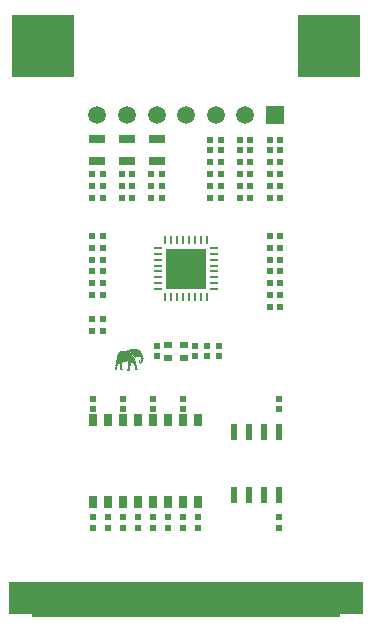
<source format=gbs>
G04*
G04 #@! TF.GenerationSoftware,Altium Limited,Altium Designer,22.1.2 (22)*
G04*
G04 Layer_Color=16711935*
%FSLAX25Y25*%
%MOIN*%
G70*
G04*
G04 #@! TF.SameCoordinates,DC6CBC75-D83B-4164-BAAA-666503FEC379*
G04*
G04*
G04 #@! TF.FilePolarity,Negative*
G04*
G01*
G75*
%ADD21R,1.03150X0.11516*%
%ADD22R,1.18110X0.10630*%
%ADD23R,0.02126X0.01929*%
%ADD24R,0.02835X0.04016*%
%ADD25R,0.01929X0.02126*%
%ADD28R,0.02441X0.09134*%
%ADD30R,0.05915X0.05915*%
%ADD31C,0.05915*%
%ADD32R,0.20945X0.20945*%
%ADD48R,0.05591X0.02835*%
%ADD49R,0.02441X0.05197*%
%ADD50R,0.13661X0.13661*%
%ADD51R,0.01063X0.02835*%
%ADD52R,0.02835X0.01063*%
%ADD53R,0.02835X0.02441*%
G36*
X-2724Y75493D02*
X-2530D01*
Y75444D01*
X-2142D01*
Y75493D01*
X-1657D01*
Y75444D01*
X-1172D01*
Y75396D01*
X-881D01*
Y75347D01*
X-686D01*
Y75299D01*
X-638D01*
Y75250D01*
X-541D01*
Y75201D01*
X-444D01*
Y75153D01*
X-396D01*
Y75104D01*
X-347D01*
Y75056D01*
X-298D01*
Y75007D01*
X-250D01*
Y74959D01*
X-201D01*
Y74910D01*
X-153D01*
Y74862D01*
Y74813D01*
X-201D01*
Y74765D01*
Y74717D01*
X-153D01*
Y74765D01*
X-104D01*
Y74813D01*
X-56D01*
Y74765D01*
Y74717D01*
X-7D01*
Y74668D01*
Y74619D01*
X90D01*
Y74571D01*
X41D01*
Y74522D01*
X138D01*
Y74474D01*
X187D01*
Y74425D01*
Y74377D01*
Y74328D01*
X235D01*
Y74280D01*
X284D01*
Y74231D01*
Y74183D01*
X332D01*
Y74134D01*
Y74086D01*
Y74037D01*
X381D01*
Y73989D01*
Y73940D01*
X429D01*
Y73892D01*
Y73843D01*
X478D01*
Y73795D01*
Y73746D01*
X526D01*
Y73698D01*
X575D01*
Y73649D01*
Y73601D01*
X623D01*
Y73552D01*
Y73504D01*
X672D01*
Y73455D01*
X720D01*
Y73407D01*
X672D01*
Y73358D01*
X720D01*
Y73310D01*
X769D01*
Y73261D01*
Y73213D01*
Y73164D01*
X817D01*
Y73116D01*
Y73067D01*
Y73019D01*
X866D01*
Y72970D01*
Y72922D01*
Y72873D01*
Y72825D01*
Y72776D01*
X914D01*
Y72728D01*
Y72679D01*
X1545D01*
Y72631D01*
X1496D01*
Y72582D01*
X1399D01*
Y72534D01*
X1205D01*
Y72485D01*
X1496D01*
Y72437D01*
X1448D01*
Y72388D01*
X1399D01*
Y72437D01*
X1351D01*
Y72388D01*
X1302D01*
Y72339D01*
X963D01*
Y72291D01*
Y72242D01*
Y72194D01*
Y72145D01*
Y72097D01*
Y72048D01*
Y72000D01*
Y71952D01*
Y71903D01*
Y71855D01*
X914D01*
Y71806D01*
Y71757D01*
Y71709D01*
Y71660D01*
X866D01*
Y71612D01*
X817D01*
Y71563D01*
X866D01*
Y71515D01*
X817D01*
Y71466D01*
X769D01*
Y71418D01*
X720D01*
Y71369D01*
X769D01*
Y71321D01*
X720D01*
Y71272D01*
Y71224D01*
X672D01*
Y71272D01*
X623D01*
Y71224D01*
X672D01*
Y71175D01*
Y71127D01*
X623D01*
Y71078D01*
X575D01*
Y71030D01*
Y70981D01*
X526D01*
Y70933D01*
X429D01*
Y70884D01*
Y70836D01*
X332D01*
Y70787D01*
X284D01*
Y70739D01*
X187D01*
Y70690D01*
X41D01*
Y70642D01*
X-201D01*
Y70690D01*
X-347D01*
Y70739D01*
X-444D01*
Y70787D01*
X-493D01*
Y70836D01*
X-541D01*
Y70884D01*
X-589D01*
Y70933D01*
Y70981D01*
Y71030D01*
X-638D01*
Y71078D01*
Y71127D01*
X-686D01*
Y71175D01*
Y71224D01*
Y71272D01*
Y71321D01*
X-638D01*
Y71369D01*
X-589D01*
Y71418D01*
X-638D01*
Y71466D01*
X-589D01*
Y71515D01*
Y71563D01*
X-541D01*
Y71612D01*
X-493D01*
Y71660D01*
X-444D01*
Y71709D01*
X-298D01*
Y71660D01*
X-250D01*
Y71612D01*
Y71563D01*
X-298D01*
Y71515D01*
X-250D01*
Y71466D01*
Y71418D01*
X-298D01*
Y71369D01*
X-347D01*
Y71321D01*
Y71272D01*
Y71224D01*
X-298D01*
Y71175D01*
X-201D01*
Y71127D01*
X-56D01*
Y71175D01*
X41D01*
Y71224D01*
X90D01*
Y71272D01*
X138D01*
Y71321D01*
Y71369D01*
Y71418D01*
X187D01*
Y71466D01*
X235D01*
Y71515D01*
X187D01*
Y71563D01*
X235D01*
Y71612D01*
Y71660D01*
Y71709D01*
Y71757D01*
Y71806D01*
Y71855D01*
Y71903D01*
Y71952D01*
Y72000D01*
Y72048D01*
Y72097D01*
Y72145D01*
X284D01*
Y72194D01*
X235D01*
Y72242D01*
Y72291D01*
X187D01*
Y72339D01*
Y72388D01*
X138D01*
Y72437D01*
Y72485D01*
Y72534D01*
X90D01*
Y72582D01*
Y72631D01*
X41D01*
Y72679D01*
Y72728D01*
X-7D01*
Y72776D01*
X-298D01*
Y72728D01*
X-444D01*
Y72776D01*
X-493D01*
Y72825D01*
X-589D01*
Y72873D01*
X-638D01*
Y72922D01*
X-735D01*
Y72970D01*
X-1075D01*
Y72922D01*
X-1123D01*
Y72873D01*
X-1220D01*
Y72825D01*
Y72776D01*
X-1366D01*
Y72728D01*
Y72679D01*
X-1463D01*
Y72631D01*
X-1560D01*
Y72679D01*
X-1608D01*
Y72631D01*
X-1705D01*
Y72679D01*
X-1802D01*
Y72728D01*
X-1899D01*
Y72776D01*
X-1996D01*
Y72825D01*
Y72873D01*
X-2045D01*
Y72825D01*
X-2093D01*
Y72873D01*
X-2142D01*
Y72922D01*
X-2190D01*
Y72970D01*
Y73019D01*
X-2142D01*
Y73067D01*
X-2239D01*
Y73019D01*
Y72970D01*
X-2287D01*
Y73019D01*
X-2336D01*
Y73067D01*
X-2384D01*
Y73116D01*
X-2433D01*
Y73164D01*
X-2481D01*
Y73213D01*
X-2530D01*
Y73261D01*
X-2578D01*
Y73310D01*
X-2627D01*
Y73358D01*
Y73407D01*
X-2675D01*
Y73455D01*
X-2724D01*
Y73504D01*
X-2772D01*
Y73552D01*
Y73601D01*
X-2821D01*
Y73649D01*
X-2869D01*
Y73698D01*
Y73746D01*
X-2918D01*
Y73698D01*
Y73649D01*
X-2869D01*
Y73601D01*
Y73552D01*
X-2821D01*
Y73504D01*
Y73455D01*
X-2772D01*
Y73407D01*
X-2724D01*
Y73358D01*
X-2675D01*
Y73310D01*
Y73261D01*
X-2627D01*
Y73213D01*
X-2578D01*
Y73164D01*
X-2530D01*
Y73116D01*
X-2481D01*
Y73067D01*
X-2433D01*
Y73019D01*
X-2336D01*
Y72970D01*
X-2287D01*
Y72922D01*
X-2239D01*
Y72873D01*
X-2190D01*
Y72825D01*
X-2093D01*
Y72776D01*
X-2045D01*
Y72728D01*
Y72679D01*
X-1948D01*
Y72631D01*
Y72582D01*
Y72534D01*
Y72485D01*
Y72437D01*
Y72388D01*
Y72339D01*
Y72291D01*
X-1899D01*
Y72242D01*
Y72194D01*
Y72145D01*
Y72097D01*
Y72048D01*
Y72000D01*
Y71952D01*
Y71903D01*
X-1851D01*
Y71855D01*
X-1802D01*
Y71806D01*
Y71757D01*
Y71709D01*
X-1754D01*
Y71660D01*
Y71612D01*
X-1705D01*
Y71563D01*
Y71515D01*
Y71466D01*
Y71418D01*
Y71369D01*
X-1657D01*
Y71321D01*
Y71272D01*
Y71224D01*
X-1608D01*
Y71175D01*
Y71127D01*
X-1657D01*
Y71078D01*
X-1608D01*
Y71030D01*
X-1560D01*
Y70981D01*
Y70933D01*
X-1608D01*
Y70884D01*
X-1560D01*
Y70836D01*
Y70787D01*
X-1511D01*
Y70739D01*
Y70690D01*
Y70642D01*
X-1463D01*
Y70593D01*
Y70545D01*
Y70496D01*
Y70448D01*
X-1414D01*
Y70399D01*
Y70351D01*
Y70302D01*
X-1366D01*
Y70254D01*
X-1414D01*
Y70205D01*
X-1366D01*
Y70157D01*
X-1317D01*
Y70108D01*
Y70060D01*
Y70011D01*
X-1269D01*
Y69963D01*
Y69914D01*
Y69866D01*
X-1220D01*
Y69817D01*
X-1269D01*
Y69769D01*
X-1220D01*
Y69720D01*
Y69672D01*
X-1172D01*
Y69623D01*
X-1220D01*
Y69575D01*
X-1172D01*
Y69526D01*
Y69478D01*
Y69429D01*
Y69380D01*
Y69332D01*
X-1123D01*
Y69283D01*
Y69235D01*
Y69187D01*
X-1075D01*
Y69138D01*
Y69090D01*
X-1026D01*
Y69041D01*
Y68993D01*
X-978D01*
Y68944D01*
Y68896D01*
X-929D01*
Y68847D01*
X-881D01*
Y68798D01*
Y68750D01*
X-832D01*
Y68701D01*
X-783D01*
Y68653D01*
X-735D01*
Y68604D01*
Y68556D01*
X-783D01*
Y68507D01*
X-929D01*
Y68459D01*
X-1366D01*
Y68410D01*
X-1414D01*
Y68459D01*
X-1754D01*
Y68507D01*
Y68556D01*
X-1802D01*
Y68604D01*
Y68653D01*
Y68701D01*
Y68750D01*
X-1754D01*
Y68798D01*
Y68847D01*
X-1705D01*
Y68896D01*
X-1657D01*
Y68944D01*
Y68993D01*
X-1705D01*
Y69041D01*
Y69090D01*
Y69138D01*
X-1754D01*
Y69187D01*
Y69235D01*
Y69283D01*
X-1802D01*
Y69332D01*
Y69380D01*
Y69429D01*
X-1851D01*
Y69478D01*
Y69526D01*
X-1899D01*
Y69575D01*
Y69623D01*
X-1948D01*
Y69672D01*
Y69720D01*
X-1996D01*
Y69769D01*
Y69817D01*
X-2045D01*
Y69866D01*
X-2093D01*
Y69914D01*
Y69963D01*
X-2142D01*
Y70011D01*
X-2093D01*
Y70060D01*
X-2190D01*
Y70108D01*
Y70157D01*
Y70205D01*
X-2287D01*
Y70254D01*
Y70302D01*
X-2336D01*
Y70351D01*
Y70399D01*
X-2384D01*
Y70448D01*
X-2433D01*
Y70496D01*
X-2336D01*
Y70545D01*
X-2481D01*
Y70593D01*
X-2530D01*
Y70642D01*
Y70690D01*
X-2578D01*
Y70739D01*
X-2627D01*
Y70787D01*
X-2675D01*
Y70836D01*
X-2724D01*
Y70884D01*
X-2772D01*
Y70933D01*
X-2821D01*
Y70981D01*
X-2869D01*
Y71030D01*
X-2918D01*
Y71078D01*
X-2966D01*
Y71127D01*
X-3015D01*
Y71175D01*
X-3063D01*
Y71224D01*
Y71272D01*
X-3112D01*
Y71321D01*
X-3160D01*
Y71369D01*
Y71418D01*
X-3209D01*
Y71466D01*
X-3258D01*
Y71515D01*
Y71563D01*
X-3306D01*
Y71612D01*
Y71660D01*
X-3354D01*
Y71709D01*
Y71757D01*
X-3403D01*
Y71709D01*
Y71660D01*
X-3354D01*
Y71612D01*
Y71563D01*
X-3306D01*
Y71515D01*
Y71466D01*
X-3258D01*
Y71418D01*
Y71369D01*
X-3209D01*
Y71321D01*
X-3160D01*
Y71272D01*
Y71224D01*
X-3112D01*
Y71175D01*
X-3063D01*
Y71127D01*
Y71078D01*
X-3015D01*
Y71030D01*
Y70981D01*
Y70933D01*
Y70884D01*
X-3063D01*
Y70836D01*
Y70787D01*
Y70739D01*
X-3112D01*
Y70690D01*
Y70642D01*
Y70593D01*
X-3160D01*
Y70545D01*
Y70496D01*
X-3209D01*
Y70448D01*
Y70399D01*
Y70351D01*
X-3258D01*
Y70302D01*
Y70254D01*
Y70205D01*
X-3306D01*
Y70157D01*
Y70108D01*
Y70060D01*
Y70011D01*
X-3354D01*
Y69963D01*
Y69914D01*
Y69866D01*
Y69817D01*
X-3403D01*
Y69769D01*
Y69720D01*
Y69672D01*
X-3452D01*
Y69623D01*
Y69575D01*
X-3500D01*
Y69526D01*
Y69478D01*
Y69429D01*
X-3548D01*
Y69380D01*
Y69332D01*
X-3597D01*
Y69283D01*
Y69235D01*
Y69187D01*
Y69138D01*
Y69090D01*
X-3646D01*
Y69041D01*
Y68993D01*
X-3597D01*
Y68944D01*
Y68896D01*
Y68847D01*
X-3548D01*
Y68798D01*
X-3500D01*
Y68750D01*
X-3452D01*
Y68701D01*
X-3403D01*
Y68653D01*
X-3354D01*
Y68604D01*
Y68556D01*
X-3306D01*
Y68507D01*
Y68459D01*
Y68410D01*
X-3403D01*
Y68362D01*
X-4034D01*
Y68410D01*
X-4179D01*
Y68362D01*
X-4422D01*
Y68410D01*
X-4470D01*
Y68459D01*
Y68507D01*
Y68556D01*
Y68604D01*
X-4422D01*
Y68653D01*
Y68701D01*
X-4373D01*
Y68750D01*
X-4276D01*
Y68798D01*
Y68847D01*
Y68896D01*
X-4228D01*
Y68944D01*
X-4276D01*
Y68993D01*
Y69041D01*
Y69090D01*
Y69138D01*
Y69187D01*
Y69235D01*
Y69283D01*
Y69332D01*
Y69380D01*
Y69429D01*
Y69478D01*
X-4228D01*
Y69526D01*
Y69575D01*
Y69623D01*
Y69672D01*
Y69720D01*
Y69769D01*
Y69817D01*
Y69866D01*
X-4179D01*
Y69914D01*
Y69963D01*
Y70011D01*
Y70060D01*
Y70108D01*
X-4131D01*
Y70157D01*
Y70205D01*
Y70254D01*
Y70302D01*
Y70351D01*
Y70399D01*
X-4082D01*
Y70448D01*
Y70496D01*
Y70545D01*
Y70593D01*
Y70642D01*
Y70690D01*
Y70739D01*
Y70787D01*
Y70836D01*
Y70884D01*
Y70933D01*
Y70981D01*
X-4034D01*
Y71030D01*
X-4082D01*
Y71078D01*
Y71127D01*
Y71175D01*
Y71224D01*
Y71272D01*
Y71321D01*
Y71369D01*
Y71418D01*
X-4131D01*
Y71466D01*
Y71515D01*
Y71563D01*
X-4228D01*
Y71515D01*
X-4325D01*
Y71466D01*
X-4422D01*
Y71418D01*
X-4519D01*
Y71369D01*
X-4664D01*
Y71321D01*
X-4810D01*
Y71272D01*
X-5052D01*
Y71224D01*
X-5149D01*
Y71272D01*
X-5295D01*
Y71224D01*
X-5634D01*
Y71272D01*
X-5683D01*
Y71224D01*
X-5634D01*
Y71175D01*
X-5731D01*
Y71127D01*
Y71078D01*
X-5780D01*
Y71030D01*
X-5828D01*
Y70981D01*
X-5877D01*
Y70933D01*
X-5925D01*
Y70884D01*
X-5974D01*
Y70836D01*
X-6022D01*
Y70787D01*
X-6071D01*
Y70739D01*
X-6120D01*
Y70690D01*
Y70642D01*
X-6168D01*
Y70593D01*
Y70545D01*
Y70496D01*
X-6216D01*
Y70448D01*
Y70399D01*
X-6265D01*
Y70351D01*
Y70302D01*
Y70254D01*
X-6313D01*
Y70205D01*
Y70157D01*
Y70108D01*
Y70060D01*
X-6265D01*
Y70011D01*
Y69963D01*
Y69914D01*
Y69866D01*
Y69817D01*
Y69769D01*
Y69720D01*
Y69672D01*
Y69623D01*
Y69575D01*
Y69526D01*
Y69478D01*
Y69429D01*
Y69380D01*
Y69332D01*
Y69283D01*
X-6216D01*
Y69235D01*
Y69187D01*
Y69138D01*
X-6168D01*
Y69090D01*
Y69041D01*
X-6120D01*
Y68993D01*
X-6071D01*
Y68944D01*
X-6022D01*
Y68896D01*
X-5974D01*
Y68847D01*
X-5925D01*
Y68798D01*
X-5877D01*
Y68750D01*
X-5828D01*
Y68701D01*
X-5780D01*
Y68653D01*
Y68604D01*
Y68556D01*
X-5828D01*
Y68507D01*
X-6896D01*
Y68556D01*
X-6993D01*
Y68604D01*
Y68653D01*
Y68701D01*
Y68750D01*
Y68798D01*
Y68847D01*
Y68896D01*
Y68944D01*
Y68993D01*
Y69041D01*
Y69090D01*
Y69138D01*
Y69187D01*
Y69235D01*
X-6944D01*
Y69283D01*
Y69332D01*
Y69380D01*
Y69429D01*
Y69478D01*
X-6896D01*
Y69526D01*
Y69575D01*
Y69623D01*
Y69672D01*
Y69720D01*
Y69769D01*
Y69817D01*
Y69866D01*
Y69914D01*
Y69963D01*
Y70011D01*
Y70060D01*
Y70108D01*
Y70157D01*
Y70205D01*
Y70254D01*
X-6944D01*
Y70302D01*
Y70351D01*
Y70399D01*
Y70448D01*
Y70496D01*
Y70545D01*
Y70593D01*
X-6993D01*
Y70642D01*
X-7041D01*
Y70690D01*
X-7090D01*
Y70739D01*
X-7041D01*
Y70787D01*
X-6993D01*
Y70836D01*
X-6944D01*
Y70884D01*
X-6896D01*
Y70933D01*
X-6847D01*
Y70981D01*
Y71030D01*
X-6799D01*
Y71078D01*
X-6702D01*
Y71127D01*
Y71175D01*
Y71224D01*
X-6750D01*
Y71175D01*
X-6799D01*
Y71127D01*
X-6847D01*
Y71078D01*
X-6896D01*
Y71030D01*
Y70981D01*
X-6944D01*
Y70933D01*
X-6993D01*
Y70981D01*
X-7090D01*
Y70933D01*
X-6993D01*
Y70884D01*
X-7041D01*
Y70836D01*
X-7090D01*
Y70787D01*
X-7138D01*
Y70739D01*
Y70690D01*
X-7187D01*
Y70642D01*
X-7235D01*
Y70593D01*
X-7284D01*
Y70545D01*
X-7332D01*
Y70496D01*
Y70448D01*
X-7381D01*
Y70399D01*
X-7429D01*
Y70351D01*
Y70302D01*
X-7478D01*
Y70254D01*
Y70205D01*
X-7575D01*
Y70157D01*
X-7526D01*
Y70108D01*
X-7575D01*
Y70060D01*
X-7623D01*
Y70011D01*
Y69963D01*
Y69914D01*
X-7672D01*
Y69866D01*
Y69817D01*
X-7720D01*
Y69769D01*
Y69720D01*
X-7769D01*
Y69672D01*
X-7720D01*
Y69623D01*
X-7769D01*
Y69575D01*
Y69526D01*
Y69478D01*
Y69429D01*
X-7817D01*
Y69478D01*
X-7866D01*
Y69429D01*
X-7817D01*
Y69380D01*
Y69332D01*
Y69283D01*
Y69235D01*
X-7866D01*
Y69187D01*
Y69138D01*
Y69090D01*
X-7914D01*
Y69041D01*
Y68993D01*
Y68944D01*
X-7963D01*
Y68896D01*
X-7914D01*
Y68847D01*
Y68798D01*
Y68750D01*
X-7866D01*
Y68701D01*
X-7914D01*
Y68750D01*
X-7963D01*
Y68701D01*
X-7914D01*
Y68653D01*
Y68604D01*
Y68556D01*
X-8011D01*
Y68507D01*
X-8060D01*
Y68556D01*
X-8496D01*
Y68604D01*
X-8545D01*
Y68653D01*
X-8593D01*
Y68701D01*
Y68750D01*
X-8642D01*
Y68798D01*
Y68847D01*
Y68896D01*
Y68944D01*
Y68993D01*
Y69041D01*
X-8593D01*
Y69090D01*
Y69138D01*
X-8545D01*
Y69187D01*
X-8496D01*
Y69235D01*
X-8448D01*
Y69283D01*
X-8399D01*
Y69235D01*
X-8351D01*
Y69283D01*
X-8399D01*
Y69332D01*
Y69380D01*
Y69429D01*
Y69478D01*
X-8351D01*
Y69526D01*
Y69575D01*
Y69623D01*
X-8302D01*
Y69672D01*
Y69720D01*
X-8254D01*
Y69769D01*
Y69817D01*
X-8351D01*
Y69769D01*
X-8399D01*
Y69817D01*
Y69866D01*
X-8496D01*
Y69914D01*
Y69963D01*
X-8448D01*
Y70011D01*
Y70060D01*
Y70108D01*
Y70157D01*
Y70205D01*
X-8399D01*
Y70254D01*
Y70302D01*
Y70351D01*
X-8351D01*
Y70399D01*
Y70448D01*
Y70496D01*
Y70545D01*
X-8302D01*
Y70593D01*
Y70642D01*
Y70690D01*
X-8254D01*
Y70739D01*
Y70787D01*
Y70836D01*
X-8205D01*
Y70884D01*
Y70933D01*
Y70981D01*
Y71030D01*
X-8157D01*
Y70981D01*
X-8108D01*
Y70933D01*
Y70884D01*
Y70836D01*
Y70787D01*
X-8157D01*
Y70739D01*
Y70690D01*
Y70642D01*
Y70593D01*
X-8205D01*
Y70545D01*
Y70496D01*
Y70448D01*
X-8254D01*
Y70399D01*
Y70351D01*
Y70302D01*
Y70254D01*
Y70205D01*
Y70157D01*
Y70108D01*
Y70060D01*
Y70011D01*
Y69963D01*
Y69914D01*
X-8302D01*
Y69866D01*
X-8205D01*
Y69914D01*
Y69963D01*
Y70011D01*
X-8157D01*
Y70060D01*
Y70108D01*
Y70157D01*
Y70205D01*
X-8108D01*
Y70254D01*
Y70302D01*
Y70351D01*
Y70399D01*
Y70448D01*
X-8060D01*
Y70496D01*
Y70545D01*
Y70593D01*
Y70642D01*
Y70690D01*
Y70739D01*
Y70787D01*
Y70836D01*
Y70884D01*
Y70933D01*
Y70981D01*
Y71030D01*
X-8108D01*
Y71078D01*
X-8157D01*
Y71127D01*
Y71175D01*
Y71224D01*
X-8108D01*
Y71272D01*
Y71321D01*
Y71369D01*
Y71418D01*
Y71466D01*
Y71515D01*
Y71563D01*
Y71612D01*
X-8060D01*
Y71660D01*
Y71709D01*
Y71757D01*
Y71806D01*
Y71855D01*
Y71903D01*
Y71952D01*
X-8011D01*
Y72000D01*
Y72048D01*
Y72097D01*
Y72145D01*
Y72194D01*
Y72242D01*
Y72291D01*
Y72339D01*
Y72388D01*
Y72437D01*
Y72485D01*
Y72534D01*
Y72582D01*
Y72631D01*
Y72679D01*
Y72728D01*
Y72776D01*
Y72825D01*
Y72873D01*
X-7963D01*
Y72922D01*
Y72970D01*
Y73019D01*
Y73067D01*
Y73116D01*
X-7914D01*
Y73164D01*
Y73213D01*
X-7866D01*
Y73261D01*
Y73310D01*
Y73358D01*
X-7817D01*
Y73407D01*
X-7769D01*
Y73455D01*
Y73504D01*
X-7720D01*
Y73552D01*
Y73601D01*
X-7623D01*
Y73649D01*
Y73698D01*
Y73746D01*
X-7575D01*
Y73795D01*
X-7526D01*
Y73843D01*
X-7429D01*
Y73892D01*
X-7478D01*
Y73940D01*
X-7429D01*
Y73989D01*
X-7381D01*
Y74037D01*
Y74086D01*
X-7332D01*
Y74134D01*
X-7284D01*
Y74183D01*
Y74231D01*
X-7235D01*
Y74280D01*
X-7187D01*
Y74328D01*
X-7138D01*
Y74280D01*
X-7090D01*
Y74328D01*
X-7138D01*
Y74377D01*
Y74425D01*
X-7090D01*
Y74474D01*
X-7041D01*
Y74522D01*
X-6993D01*
Y74571D01*
X-6944D01*
Y74619D01*
X-6799D01*
Y74668D01*
Y74717D01*
X-6750D01*
Y74668D01*
X-6702D01*
Y74717D01*
Y74765D01*
X-6605D01*
Y74813D01*
X-6508D01*
Y74862D01*
X-6313D01*
Y74910D01*
X-6168D01*
Y74862D01*
X-6120D01*
Y74910D01*
X-6168D01*
Y74959D01*
X-5780D01*
Y75007D01*
X-4616D01*
Y75056D01*
X-4373D01*
Y75104D01*
X-4228D01*
Y75153D01*
X-4082D01*
Y75201D01*
X-3937D01*
Y75250D01*
X-3743D01*
Y75299D01*
X-3597D01*
Y75347D01*
X-3403D01*
Y75396D01*
X-3306D01*
Y75444D01*
X-3160D01*
Y75493D01*
X-3112D01*
Y75444D01*
X-3063D01*
Y75493D01*
X-3015D01*
Y75444D01*
X-2966D01*
Y75493D01*
X-3015D01*
Y75541D01*
X-2724D01*
Y75493D01*
D02*
G37*
%LPC*%
G36*
X-2481Y75250D02*
X-2530D01*
Y75201D01*
X-2481D01*
Y75153D01*
X-2433D01*
Y75201D01*
X-2481D01*
Y75250D01*
D02*
G37*
G36*
Y75153D02*
X-2530D01*
Y75104D01*
X-2481D01*
Y75153D01*
D02*
G37*
G36*
X-2530Y75104D02*
X-2578D01*
Y75056D01*
X-2530D01*
Y75104D01*
D02*
G37*
G36*
X-2627D02*
X-2772D01*
Y75056D01*
X-2627D01*
Y75104D01*
D02*
G37*
G36*
X-2772Y75056D02*
X-2918D01*
Y75007D01*
X-3015D01*
Y74959D01*
X-3112D01*
Y74910D01*
X-3160D01*
Y74862D01*
X-3209D01*
Y74813D01*
X-3258D01*
Y74765D01*
Y74717D01*
Y74668D01*
Y74619D01*
Y74571D01*
Y74522D01*
Y74474D01*
Y74425D01*
Y74377D01*
X-3209D01*
Y74328D01*
Y74280D01*
Y74231D01*
Y74183D01*
X-3160D01*
Y74134D01*
Y74086D01*
Y74037D01*
X-3112D01*
Y74086D01*
Y74134D01*
Y74183D01*
X-3160D01*
Y74231D01*
Y74280D01*
Y74328D01*
Y74377D01*
Y74425D01*
X-3209D01*
Y74474D01*
Y74522D01*
Y74571D01*
Y74619D01*
Y74668D01*
Y74717D01*
Y74765D01*
X-3160D01*
Y74813D01*
X-3112D01*
Y74765D01*
X-3063D01*
Y74813D01*
X-3112D01*
Y74862D01*
X-3015D01*
Y74910D01*
X-2966D01*
Y74959D01*
X-2869D01*
Y75007D01*
X-2772D01*
Y75056D01*
D02*
G37*
G36*
X-6799Y74571D02*
X-6847D01*
Y74522D01*
X-6799D01*
Y74571D01*
D02*
G37*
G36*
X-638Y74522D02*
X-686D01*
Y74474D01*
X-638D01*
Y74425D01*
X-493D01*
Y74377D01*
X-444D01*
Y74425D01*
X-396D01*
Y74474D01*
X-638D01*
Y74522D01*
D02*
G37*
G36*
X-444Y74619D02*
X-589D01*
Y74571D01*
X-444D01*
Y74522D01*
X-396D01*
Y74474D01*
X-347D01*
Y74425D01*
Y74377D01*
Y74328D01*
X-298D01*
Y74377D01*
Y74425D01*
Y74474D01*
X-347D01*
Y74522D01*
X-396D01*
Y74571D01*
X-444D01*
Y74619D01*
D02*
G37*
G36*
X-3306Y74425D02*
X-3354D01*
Y74377D01*
Y74328D01*
X-3258D01*
Y74377D01*
X-3306D01*
Y74425D01*
D02*
G37*
G36*
X-3063Y73989D02*
X-3112D01*
Y73940D01*
X-3063D01*
Y73989D01*
D02*
G37*
G36*
X-2918Y73843D02*
X-2966D01*
Y73795D01*
X-2918D01*
Y73843D01*
D02*
G37*
G36*
X-832Y73795D02*
X-881D01*
Y73746D01*
X-832D01*
Y73795D01*
D02*
G37*
G36*
X-783Y73649D02*
X-832D01*
Y73601D01*
Y73552D01*
Y73504D01*
X-783D01*
Y73552D01*
Y73601D01*
Y73649D01*
D02*
G37*
G36*
X-929Y73310D02*
X-978D01*
Y73261D01*
X-929D01*
Y73310D01*
D02*
G37*
G36*
X-832Y73407D02*
X-881D01*
Y73358D01*
Y73310D01*
Y73261D01*
X-832D01*
Y73213D01*
X-783D01*
Y73261D01*
X-832D01*
Y73310D01*
Y73358D01*
Y73407D01*
D02*
G37*
G36*
X-881Y73213D02*
X-929D01*
Y73164D01*
Y73116D01*
X-881D01*
Y73164D01*
Y73213D01*
D02*
G37*
G36*
X-929Y73116D02*
X-978D01*
Y73067D01*
Y73019D01*
X-929D01*
Y73067D01*
Y73116D01*
D02*
G37*
G36*
X-396Y72825D02*
X-444D01*
Y72776D01*
X-396D01*
Y72825D01*
D02*
G37*
G36*
X-2190D02*
X-2239D01*
Y72776D01*
X-2190D01*
Y72825D01*
D02*
G37*
G36*
X-1414Y72776D02*
X-1463D01*
Y72728D01*
X-1414D01*
Y72776D01*
D02*
G37*
G36*
X-6410Y72145D02*
X-6459D01*
Y72097D01*
X-6410D01*
Y72145D01*
D02*
G37*
G36*
X-3452Y72000D02*
X-3500D01*
Y71952D01*
X-3452D01*
Y72000D01*
D02*
G37*
G36*
X-3403Y71855D02*
X-3452D01*
Y71806D01*
X-3403D01*
Y71855D01*
D02*
G37*
G36*
X-6410Y71952D02*
X-6459D01*
Y71903D01*
Y71855D01*
Y71806D01*
X-6410D01*
Y71855D01*
Y71903D01*
Y71952D01*
D02*
G37*
G36*
X-298Y71660D02*
X-396D01*
Y71612D01*
X-298D01*
Y71660D01*
D02*
G37*
G36*
X-6508Y71806D02*
X-6556D01*
Y71757D01*
X-6508D01*
Y71709D01*
Y71660D01*
Y71612D01*
X-6459D01*
Y71660D01*
Y71709D01*
Y71757D01*
X-6508D01*
Y71806D01*
D02*
G37*
G36*
X-298Y71515D02*
X-347D01*
Y71466D01*
X-298D01*
Y71515D01*
D02*
G37*
G36*
X-1705Y71369D02*
X-1754D01*
Y71321D01*
X-1705D01*
Y71369D01*
D02*
G37*
G36*
X-6508Y71612D02*
X-6556D01*
Y71563D01*
Y71515D01*
X-6605D01*
Y71466D01*
Y71418D01*
X-6653D01*
Y71369D01*
Y71321D01*
X-6702D01*
Y71272D01*
Y71224D01*
X-6653D01*
Y71272D01*
X-6605D01*
Y71321D01*
Y71369D01*
X-6556D01*
Y71418D01*
Y71466D01*
X-6508D01*
Y71515D01*
Y71563D01*
Y71612D01*
D02*
G37*
G36*
X-347Y71224D02*
X-396D01*
Y71175D01*
X-347D01*
Y71224D01*
D02*
G37*
G36*
X-2045Y70108D02*
X-2093D01*
Y70060D01*
X-2045D01*
Y70108D01*
D02*
G37*
G36*
X-1317Y70011D02*
X-1366D01*
Y69963D01*
X-1317D01*
Y70011D01*
D02*
G37*
G36*
X-7720Y69914D02*
X-7769D01*
Y69866D01*
X-7720D01*
Y69914D01*
D02*
G37*
G36*
X-8157Y69817D02*
X-8205D01*
Y69769D01*
X-8157D01*
Y69817D01*
D02*
G37*
G36*
X-7914Y69187D02*
X-7963D01*
Y69138D01*
X-7914D01*
Y69187D01*
D02*
G37*
G36*
X-8302Y68653D02*
X-8351D01*
Y68604D01*
X-8302D01*
Y68653D01*
D02*
G37*
%LPD*%
D21*
X15157Y-8022D02*
D03*
D22*
X15157Y-7481D02*
D03*
D23*
X18110Y73110D02*
D03*
Y76496D02*
D03*
X46122Y55394D02*
D03*
Y58780D02*
D03*
X-15807Y55394D02*
D03*
Y58780D02*
D03*
X-5807Y55394D02*
D03*
Y58780D02*
D03*
X4193Y55394D02*
D03*
Y58780D02*
D03*
X14193Y55394D02*
D03*
Y58780D02*
D03*
X-15807Y16024D02*
D03*
Y19410D02*
D03*
X-10807D02*
D03*
Y16024D02*
D03*
X-5807D02*
D03*
Y19410D02*
D03*
X-807D02*
D03*
Y16024D02*
D03*
X4193D02*
D03*
Y19410D02*
D03*
X9193D02*
D03*
Y16024D02*
D03*
X14193D02*
D03*
Y19410D02*
D03*
X19193D02*
D03*
Y16024D02*
D03*
X46122Y19410D02*
D03*
Y16024D02*
D03*
X5512Y76496D02*
D03*
Y73110D02*
D03*
X25984Y76496D02*
D03*
Y73110D02*
D03*
X22047D02*
D03*
Y76496D02*
D03*
D24*
X19193Y24409D02*
D03*
Y51968D02*
D03*
X-15807Y24409D02*
D03*
Y51968D02*
D03*
X-10807Y24409D02*
D03*
X14193D02*
D03*
Y51968D02*
D03*
X-10807D02*
D03*
X-5807D02*
D03*
X-807D02*
D03*
X4193D02*
D03*
X9193D02*
D03*
Y24409D02*
D03*
X4193D02*
D03*
X-807D02*
D03*
X-5807D02*
D03*
D25*
X-12677Y113189D02*
D03*
X-16063D02*
D03*
X-16063Y109252D02*
D03*
X-12677D02*
D03*
Y93504D02*
D03*
X-16063D02*
D03*
Y85630D02*
D03*
X-12677D02*
D03*
X-16063Y81693D02*
D03*
X-12677D02*
D03*
X42992Y109252D02*
D03*
X46378D02*
D03*
X42992Y97441D02*
D03*
X46378D02*
D03*
X26693Y125984D02*
D03*
X23307D02*
D03*
X36535D02*
D03*
X33150D02*
D03*
X46378D02*
D03*
X42992D02*
D03*
Y145291D02*
D03*
X46378D02*
D03*
X26693Y129921D02*
D03*
X23307D02*
D03*
X36535D02*
D03*
X33150D02*
D03*
X46378D02*
D03*
X42992D02*
D03*
X23307Y137795D02*
D03*
X26693D02*
D03*
X33150D02*
D03*
X36535D02*
D03*
X42992D02*
D03*
X46378D02*
D03*
X26693Y141732D02*
D03*
X23307D02*
D03*
X36535D02*
D03*
X33150D02*
D03*
X-12677Y133858D02*
D03*
X-16063D02*
D03*
X-2835D02*
D03*
X-6221D02*
D03*
X7008D02*
D03*
X3622D02*
D03*
X-12677Y129921D02*
D03*
X-16063D02*
D03*
X-2835D02*
D03*
X-6221D02*
D03*
X7008D02*
D03*
X3622D02*
D03*
X3622Y125984D02*
D03*
X7008D02*
D03*
X-6221D02*
D03*
X-2835D02*
D03*
X-16063D02*
D03*
X-12677D02*
D03*
Y101378D02*
D03*
X-16063D02*
D03*
X-12677Y105315D02*
D03*
X-16063D02*
D03*
X42992D02*
D03*
X46378D02*
D03*
Y113189D02*
D03*
X42992D02*
D03*
X46378Y93504D02*
D03*
X42992D02*
D03*
X46378Y101378D02*
D03*
X42992D02*
D03*
X46378Y89567D02*
D03*
X42992D02*
D03*
X-16063Y97441D02*
D03*
X-12677D02*
D03*
X46378Y141732D02*
D03*
X42992D02*
D03*
X46378Y133858D02*
D03*
X42992D02*
D03*
X36535D02*
D03*
X33150D02*
D03*
Y145291D02*
D03*
X36535D02*
D03*
X26693Y133858D02*
D03*
X23307D02*
D03*
Y145291D02*
D03*
X26693D02*
D03*
D28*
X61614Y-7283D02*
D03*
X58465D02*
D03*
X55315D02*
D03*
X52165D02*
D03*
X49016D02*
D03*
X45866D02*
D03*
X42717D02*
D03*
X39567D02*
D03*
X36417D02*
D03*
X33268D02*
D03*
X30118D02*
D03*
X26969D02*
D03*
X23819D02*
D03*
X20669D02*
D03*
X17520D02*
D03*
X14370D02*
D03*
X11220D02*
D03*
X8071D02*
D03*
X-7677D02*
D03*
X-10827D02*
D03*
X-13976D02*
D03*
X-17126D02*
D03*
X-20276D02*
D03*
X-23425D02*
D03*
X-26575D02*
D03*
X-29724D02*
D03*
D30*
X44685Y153543D02*
D03*
D31*
X34843D02*
D03*
X25000D02*
D03*
X15157D02*
D03*
X5315D02*
D03*
X-4528D02*
D03*
X-14370D02*
D03*
D32*
X62795Y176378D02*
D03*
X-32480D02*
D03*
D48*
X-14370Y145413D02*
D03*
Y138051D02*
D03*
X-4528Y145413D02*
D03*
Y138051D02*
D03*
X5315Y145413D02*
D03*
Y138051D02*
D03*
D49*
X46122Y48031D02*
D03*
X41122D02*
D03*
X36122D02*
D03*
X31122D02*
D03*
Y26772D02*
D03*
X36122D02*
D03*
X41122D02*
D03*
X46122D02*
D03*
D50*
X15157Y102362D02*
D03*
D51*
X8268Y111811D02*
D03*
X10236D02*
D03*
X12205D02*
D03*
X14173D02*
D03*
X16142D02*
D03*
X18110D02*
D03*
X20079D02*
D03*
X22047D02*
D03*
Y92913D02*
D03*
X20079D02*
D03*
X18110D02*
D03*
X16142D02*
D03*
X14173D02*
D03*
X12205D02*
D03*
X10236D02*
D03*
X8268D02*
D03*
D52*
X24606Y109252D02*
D03*
Y107283D02*
D03*
Y105315D02*
D03*
Y103347D02*
D03*
Y101378D02*
D03*
Y99409D02*
D03*
Y97441D02*
D03*
Y95472D02*
D03*
X5709D02*
D03*
Y97441D02*
D03*
Y99409D02*
D03*
Y101378D02*
D03*
Y103347D02*
D03*
Y105315D02*
D03*
Y107283D02*
D03*
Y109252D02*
D03*
D53*
X14567Y72638D02*
D03*
X9055D02*
D03*
Y76968D02*
D03*
X14567D02*
D03*
M02*

</source>
